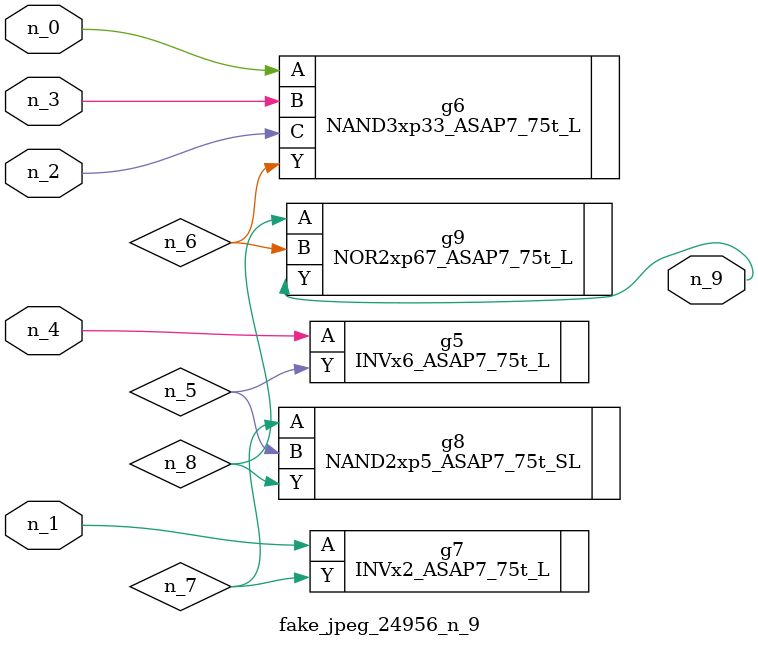
<source format=v>
module fake_jpeg_24956_n_9 (n_3, n_2, n_1, n_0, n_4, n_9);

input n_3;
input n_2;
input n_1;
input n_0;
input n_4;

output n_9;

wire n_8;
wire n_6;
wire n_5;
wire n_7;

INVx6_ASAP7_75t_L g5 ( 
.A(n_4),
.Y(n_5)
);

NAND3xp33_ASAP7_75t_L g6 ( 
.A(n_0),
.B(n_3),
.C(n_2),
.Y(n_6)
);

INVx2_ASAP7_75t_L g7 ( 
.A(n_1),
.Y(n_7)
);

NAND2xp5_ASAP7_75t_SL g8 ( 
.A(n_7),
.B(n_5),
.Y(n_8)
);

NOR2xp67_ASAP7_75t_L g9 ( 
.A(n_8),
.B(n_6),
.Y(n_9)
);


endmodule
</source>
